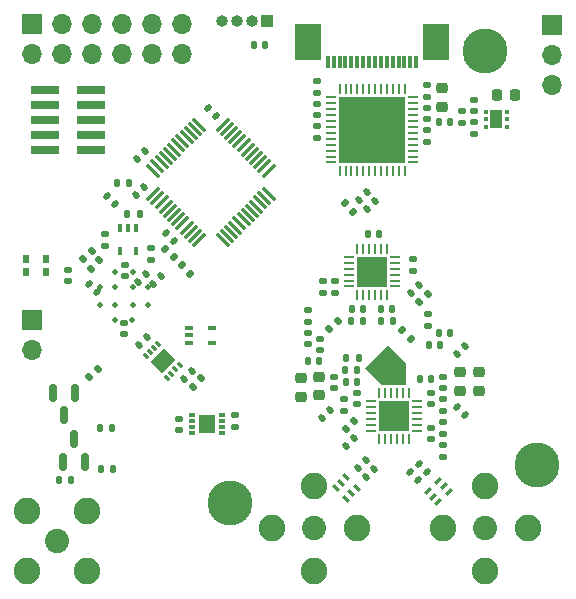
<source format=gbr>
%TF.GenerationSoftware,KiCad,Pcbnew,(6.0.4)*%
%TF.CreationDate,2023-05-22T00:57:41+09:00*%
%TF.ProjectId,RFB,5246422e-6b69-4636-9164-5f7063625858,rev?*%
%TF.SameCoordinates,Original*%
%TF.FileFunction,Soldermask,Top*%
%TF.FilePolarity,Negative*%
%FSLAX46Y46*%
G04 Gerber Fmt 4.6, Leading zero omitted, Abs format (unit mm)*
G04 Created by KiCad (PCBNEW (6.0.4)) date 2023-05-22 00:57:41*
%MOMM*%
%LPD*%
G01*
G04 APERTURE LIST*
G04 Aperture macros list*
%AMRoundRect*
0 Rectangle with rounded corners*
0 $1 Rounding radius*
0 $2 $3 $4 $5 $6 $7 $8 $9 X,Y pos of 4 corners*
0 Add a 4 corners polygon primitive as box body*
4,1,4,$2,$3,$4,$5,$6,$7,$8,$9,$2,$3,0*
0 Add four circle primitives for the rounded corners*
1,1,$1+$1,$2,$3*
1,1,$1+$1,$4,$5*
1,1,$1+$1,$6,$7*
1,1,$1+$1,$8,$9*
0 Add four rect primitives between the rounded corners*
20,1,$1+$1,$2,$3,$4,$5,0*
20,1,$1+$1,$4,$5,$6,$7,0*
20,1,$1+$1,$6,$7,$8,$9,0*
20,1,$1+$1,$8,$9,$2,$3,0*%
%AMRotRect*
0 Rectangle, with rotation*
0 The origin of the aperture is its center*
0 $1 length*
0 $2 width*
0 $3 Rotation angle, in degrees counterclockwise*
0 Add horizontal line*
21,1,$1,$2,0,0,$3*%
G04 Aperture macros list end*
%ADD10C,0.000000*%
%ADD11RoundRect,0.150000X-0.150000X0.587500X-0.150000X-0.587500X0.150000X-0.587500X0.150000X0.587500X0*%
%ADD12C,3.800000*%
%ADD13C,2.600000*%
%ADD14C,2.250000*%
%ADD15C,2.050000*%
%ADD16R,0.600000X0.750000*%
%ADD17RoundRect,0.135000X0.135000X0.185000X-0.135000X0.185000X-0.135000X-0.185000X0.135000X-0.185000X0*%
%ADD18RoundRect,0.140000X0.021213X-0.219203X0.219203X-0.021213X-0.021213X0.219203X-0.219203X0.021213X0*%
%ADD19RoundRect,0.140000X-0.021213X0.219203X-0.219203X0.021213X0.021213X-0.219203X0.219203X-0.021213X0*%
%ADD20RoundRect,0.140000X0.140000X0.170000X-0.140000X0.170000X-0.140000X-0.170000X0.140000X-0.170000X0*%
%ADD21RoundRect,0.140000X-0.170000X0.140000X-0.170000X-0.140000X0.170000X-0.140000X0.170000X0.140000X0*%
%ADD22RoundRect,0.075000X-0.415425X-0.521491X0.521491X0.415425X0.415425X0.521491X-0.521491X-0.415425X0*%
%ADD23RoundRect,0.075000X0.415425X-0.521491X0.521491X-0.415425X-0.415425X0.521491X-0.521491X0.415425X0*%
%ADD24R,1.400000X1.600000*%
%ADD25RoundRect,0.087500X-0.175000X-0.087500X0.175000X-0.087500X0.175000X0.087500X-0.175000X0.087500X0*%
%ADD26RoundRect,0.135000X-0.185000X0.135000X-0.185000X-0.135000X0.185000X-0.135000X0.185000X0.135000X0*%
%ADD27RoundRect,0.135000X-0.226274X-0.035355X-0.035355X-0.226274X0.226274X0.035355X0.035355X0.226274X0*%
%ADD28RoundRect,0.135000X0.185000X-0.135000X0.185000X0.135000X-0.185000X0.135000X-0.185000X-0.135000X0*%
%ADD29R,2.400000X0.740000*%
%ADD30RoundRect,0.135000X-0.035355X0.226274X-0.226274X0.035355X0.035355X-0.226274X0.226274X-0.035355X0*%
%ADD31R,1.700000X1.700000*%
%ADD32O,1.700000X1.700000*%
%ADD33RoundRect,0.135000X0.035355X-0.226274X0.226274X-0.035355X-0.035355X0.226274X-0.226274X0.035355X0*%
%ADD34RoundRect,0.135000X0.226274X0.035355X0.035355X0.226274X-0.226274X-0.035355X-0.035355X-0.226274X0*%
%ADD35RoundRect,0.140000X0.170000X-0.140000X0.170000X0.140000X-0.170000X0.140000X-0.170000X-0.140000X0*%
%ADD36RoundRect,0.087500X-0.185616X0.061872X0.061872X-0.185616X0.185616X-0.061872X-0.061872X0.185616X0*%
%ADD37RotRect,1.400000X1.600000X315.000000*%
%ADD38RoundRect,0.135000X-0.135000X-0.185000X0.135000X-0.185000X0.135000X0.185000X-0.135000X0.185000X0*%
%ADD39R,0.650000X0.400000*%
%ADD40RoundRect,0.140000X-0.140000X-0.170000X0.140000X-0.170000X0.140000X0.170000X-0.140000X0.170000X0*%
%ADD41RoundRect,0.140000X-0.219203X-0.021213X-0.021213X-0.219203X0.219203X0.021213X0.021213X0.219203X0*%
%ADD42RoundRect,0.093750X-0.093750X-0.106250X0.093750X-0.106250X0.093750X0.106250X-0.093750X0.106250X0*%
%ADD43R,1.000000X1.600000*%
%ADD44RoundRect,0.218750X0.256250X-0.218750X0.256250X0.218750X-0.256250X0.218750X-0.256250X-0.218750X0*%
%ADD45RotRect,0.350000X0.700000X135.000000*%
%ADD46RoundRect,0.140000X0.219203X0.021213X0.021213X0.219203X-0.219203X-0.021213X-0.021213X-0.219203X0*%
%ADD47RoundRect,0.225000X0.225000X0.250000X-0.225000X0.250000X-0.225000X-0.250000X0.225000X-0.250000X0*%
%ADD48RoundRect,0.062500X0.375000X0.062500X-0.375000X0.062500X-0.375000X-0.062500X0.375000X-0.062500X0*%
%ADD49RoundRect,0.062500X0.062500X0.375000X-0.062500X0.375000X-0.062500X-0.375000X0.062500X-0.375000X0*%
%ADD50R,2.500000X2.500000*%
%ADD51RoundRect,0.062500X0.062500X-0.375000X0.062500X0.375000X-0.062500X0.375000X-0.062500X-0.375000X0*%
%ADD52RoundRect,0.062500X0.375000X-0.062500X0.375000X0.062500X-0.375000X0.062500X-0.375000X-0.062500X0*%
%ADD53RoundRect,0.147500X0.226274X0.017678X0.017678X0.226274X-0.226274X-0.017678X-0.017678X-0.226274X0*%
%ADD54R,0.400000X0.650000*%
%ADD55RoundRect,0.225000X0.250000X-0.225000X0.250000X0.225000X-0.250000X0.225000X-0.250000X-0.225000X0*%
%ADD56RoundRect,0.062500X-0.375000X-0.062500X0.375000X-0.062500X0.375000X0.062500X-0.375000X0.062500X0*%
%ADD57RoundRect,0.062500X-0.062500X-0.375000X0.062500X-0.375000X0.062500X0.375000X-0.062500X0.375000X0*%
%ADD58R,5.600000X5.600000*%
%ADD59RotRect,0.350000X0.700000X45.000000*%
%ADD60R,1.000000X1.000000*%
%ADD61O,1.000000X1.000000*%
%ADD62R,0.300000X1.100000*%
%ADD63R,2.300000X3.100000*%
%ADD64RoundRect,0.150000X0.150000X-0.587500X0.150000X0.587500X-0.150000X0.587500X-0.150000X-0.587500X0*%
%ADD65C,0.500000*%
G04 APERTURE END LIST*
D10*
G36*
X66573400Y-86893400D02*
G01*
X66573400Y-88696800D01*
X64465200Y-88696800D01*
X63093600Y-87325200D01*
X65049400Y-85369400D01*
X66573400Y-86893400D01*
G37*
D11*
%TO.C,Q1*%
X38618200Y-89410300D03*
X36718200Y-89410300D03*
X37668200Y-91285300D03*
%TD*%
D12*
%TO.C,H3*%
X51689000Y-98704400D03*
D13*
X51689000Y-98704400D03*
%TD*%
D14*
%TO.C,J3*%
X39598600Y-99441000D03*
X39598600Y-104521000D03*
X34518600Y-104521000D03*
X34518600Y-99441000D03*
D15*
X37058600Y-101981000D03*
%TD*%
D14*
%TO.C,J2*%
X58851800Y-104455502D03*
X62443902Y-100863400D03*
X58851800Y-97271298D03*
X55259698Y-100863400D03*
D15*
X58851800Y-100863400D03*
%TD*%
%TO.C,J1*%
X73304400Y-100863400D03*
D14*
X73304400Y-104455502D03*
X69712298Y-100863400D03*
X73304400Y-97271298D03*
X76896502Y-100863400D03*
%TD*%
D16*
%TO.C,U1*%
X34442400Y-79158800D03*
X36092400Y-79158800D03*
X36092400Y-78028800D03*
X34442400Y-78028800D03*
%TD*%
D17*
%TO.C,R9*%
X44045600Y-74269600D03*
X43025600Y-74269600D03*
%TD*%
D18*
%TO.C,C74*%
X61560389Y-93887611D03*
X62239211Y-93208789D03*
%TD*%
D19*
%TO.C,C31*%
X44577000Y-79298800D03*
X43898178Y-79977622D03*
%TD*%
D13*
%TO.C,H1*%
X77673200Y-95478600D03*
D12*
X77673200Y-95478600D03*
%TD*%
D17*
%TO.C,R46*%
X37259800Y-96748600D03*
X38279800Y-96748600D03*
%TD*%
D20*
%TO.C,C65*%
X68745100Y-88188800D03*
X67785100Y-88188800D03*
%TD*%
D21*
%TO.C,C12*%
X72374700Y-64567400D03*
X72374700Y-65527400D03*
%TD*%
%TO.C,C57*%
X60579000Y-79961800D03*
X60579000Y-80921800D03*
%TD*%
D22*
%TO.C,U11*%
X45200924Y-72575988D03*
X45554478Y-72929542D03*
X45908031Y-73283095D03*
X46261585Y-73636649D03*
X46615138Y-73990202D03*
X46968691Y-74343755D03*
X47322245Y-74697309D03*
X47675798Y-75050862D03*
X48029351Y-75404415D03*
X48382905Y-75757969D03*
X48736458Y-76111522D03*
X49090012Y-76465076D03*
D23*
X51087588Y-76465076D03*
X51441142Y-76111522D03*
X51794695Y-75757969D03*
X52148249Y-75404415D03*
X52501802Y-75050862D03*
X52855355Y-74697309D03*
X53208909Y-74343755D03*
X53562462Y-73990202D03*
X53916015Y-73636649D03*
X54269569Y-73283095D03*
X54623122Y-72929542D03*
X54976676Y-72575988D03*
D22*
X54976676Y-70578412D03*
X54623122Y-70224858D03*
X54269569Y-69871305D03*
X53916015Y-69517751D03*
X53562462Y-69164198D03*
X53208909Y-68810645D03*
X52855355Y-68457091D03*
X52501802Y-68103538D03*
X52148249Y-67749985D03*
X51794695Y-67396431D03*
X51441142Y-67042878D03*
X51087588Y-66689324D03*
D23*
X49090012Y-66689324D03*
X48736458Y-67042878D03*
X48382905Y-67396431D03*
X48029351Y-67749985D03*
X47675798Y-68103538D03*
X47322245Y-68457091D03*
X46968691Y-68810645D03*
X46615138Y-69164198D03*
X46261585Y-69517751D03*
X45908031Y-69871305D03*
X45554478Y-70224858D03*
X45200924Y-70578412D03*
%TD*%
D24*
%TO.C,U10*%
X49758600Y-92049600D03*
D25*
X51046100Y-91299600D03*
X51046100Y-91799600D03*
X51046100Y-92299600D03*
X51046100Y-92799600D03*
X48471100Y-92799600D03*
X48471100Y-92299600D03*
X48471100Y-91799600D03*
X48471100Y-91299600D03*
%TD*%
D26*
%TO.C,R6*%
X45034200Y-77163200D03*
X45034200Y-78183200D03*
%TD*%
D21*
%TO.C,C89*%
X47421800Y-92542599D03*
X47421800Y-91582599D03*
%TD*%
%TO.C,C35*%
X59055000Y-63020000D03*
X59055000Y-63980000D03*
%TD*%
%TO.C,C36*%
X59055000Y-64925000D03*
X59055000Y-65885000D03*
%TD*%
D19*
%TO.C,C61*%
X63204411Y-95113789D03*
X62525589Y-95792611D03*
%TD*%
D21*
%TO.C,C72*%
X60528200Y-88064400D03*
X60528200Y-89024400D03*
%TD*%
D27*
%TO.C,R53*%
X47619976Y-78582576D03*
X48341224Y-79303824D03*
%TD*%
D28*
%TO.C,R71*%
X72374700Y-67485800D03*
X72374700Y-66465800D03*
%TD*%
D29*
%TO.C,J8*%
X36048400Y-63779400D03*
X39948400Y-63779400D03*
X36048400Y-65049400D03*
X39948400Y-65049400D03*
X36048400Y-66319400D03*
X39948400Y-66319400D03*
X36048400Y-67589400D03*
X39948400Y-67589400D03*
X36048400Y-68859400D03*
X39948400Y-68859400D03*
%TD*%
D30*
%TO.C,R62*%
X39984624Y-77388776D03*
X39263376Y-78110024D03*
%TD*%
D31*
%TO.C,J9*%
X34950400Y-83230800D03*
D32*
X34950400Y-85770800D03*
%TD*%
D33*
%TO.C,R12*%
X60116776Y-84028224D03*
X60838024Y-83306976D03*
%TD*%
D21*
%TO.C,C15*%
X42697400Y-83489800D03*
X42697400Y-84449800D03*
%TD*%
D13*
%TO.C,H2*%
X73304400Y-60452000D03*
D12*
X73304400Y-60452000D03*
%TD*%
D34*
%TO.C,R11*%
X62146124Y-74071424D03*
X61424876Y-73350176D03*
%TD*%
D35*
%TO.C,C78*%
X67183000Y-79042200D03*
X67183000Y-78082200D03*
%TD*%
D36*
%TO.C,U22*%
X45619330Y-85249470D03*
X45265777Y-85603023D03*
X44912223Y-85956577D03*
X44558670Y-86310130D03*
X46379470Y-88130930D03*
X46733023Y-87777377D03*
X47086577Y-87423823D03*
X47440130Y-87070270D03*
D37*
X45999400Y-86690200D03*
%TD*%
D38*
%TO.C,R25*%
X61567600Y-86410800D03*
X62587600Y-86410800D03*
%TD*%
D19*
%TO.C,C40*%
X63293311Y-72380789D03*
X62614489Y-73059611D03*
%TD*%
D39*
%TO.C,U12*%
X48249800Y-83881200D03*
X48249800Y-84531200D03*
X48249800Y-85181200D03*
X50149800Y-85181200D03*
X50149800Y-83881200D03*
%TD*%
D35*
%TO.C,C44*%
X68409800Y-68130900D03*
X68409800Y-67170900D03*
%TD*%
D40*
%TO.C,C56*%
X62004000Y-82296000D03*
X62964000Y-82296000D03*
%TD*%
D19*
%TO.C,C143*%
X44697022Y-84690578D03*
X44018200Y-85369400D03*
%TD*%
D20*
%TO.C,C54*%
X70355400Y-84353400D03*
X69395400Y-84353400D03*
%TD*%
D41*
%TO.C,C6*%
X41265789Y-72736389D03*
X41944611Y-73415211D03*
%TD*%
D21*
%TO.C,C45*%
X68409800Y-63360900D03*
X68409800Y-64320900D03*
%TD*%
D28*
%TO.C,R14*%
X68427600Y-83720400D03*
X68427600Y-82700400D03*
%TD*%
D41*
%TO.C,C101*%
X46320389Y-75860589D03*
X46999211Y-76539411D03*
%TD*%
D19*
%TO.C,C41*%
X63953711Y-73142789D03*
X63274889Y-73821611D03*
%TD*%
D28*
%TO.C,R70*%
X71358700Y-66524600D03*
X71358700Y-65504600D03*
%TD*%
D33*
%TO.C,R54*%
X48534376Y-88905024D03*
X49255624Y-88183776D03*
%TD*%
D40*
%TO.C,C2*%
X42166600Y-71602600D03*
X43126600Y-71602600D03*
%TD*%
D18*
%TO.C,C58*%
X67046789Y-80984411D03*
X67725611Y-80305589D03*
%TD*%
D20*
%TO.C,C50*%
X59230200Y-86741000D03*
X58270200Y-86741000D03*
%TD*%
D40*
%TO.C,C47*%
X63375600Y-75971400D03*
X64335600Y-75971400D03*
%TD*%
D35*
%TO.C,C16*%
X42773600Y-79496800D03*
X42773600Y-78536800D03*
%TD*%
D40*
%TO.C,C75*%
X64493200Y-82296000D03*
X65453200Y-82296000D03*
%TD*%
D42*
%TO.C,IC9*%
X73368300Y-65606200D03*
X73368300Y-66256200D03*
X73368300Y-66906200D03*
X75143300Y-66906200D03*
X75143300Y-66256200D03*
X75143300Y-65606200D03*
D43*
X74255800Y-66256200D03*
%TD*%
D19*
%TO.C,C129*%
X48447011Y-87544589D03*
X47768189Y-88223411D03*
%TD*%
%TO.C,C10*%
X60156411Y-90871989D03*
X59477589Y-91550811D03*
%TD*%
D21*
%TO.C,C66*%
X62444500Y-89417200D03*
X62444500Y-90377200D03*
%TD*%
D35*
%TO.C,C71*%
X69748400Y-94790200D03*
X69748400Y-93830200D03*
%TD*%
D44*
%TO.C,L3*%
X72745600Y-89230300D03*
X72745600Y-87655300D03*
%TD*%
%TO.C,L2*%
X57708800Y-89738300D03*
X57708800Y-88163300D03*
%TD*%
D20*
%TO.C,C55*%
X69491800Y-85344000D03*
X68531800Y-85344000D03*
%TD*%
D31*
%TO.C,J7*%
X34950400Y-58166000D03*
D32*
X34950400Y-60706000D03*
X37490400Y-58166000D03*
X37490400Y-60706000D03*
X40030400Y-58166000D03*
X40030400Y-60706000D03*
X42570400Y-58166000D03*
X42570400Y-60706000D03*
X45110400Y-58166000D03*
X45110400Y-60706000D03*
X47650400Y-58166000D03*
X47650400Y-60706000D03*
%TD*%
D45*
%TO.C,FL2*%
X70241003Y-97782278D03*
X69781384Y-97322658D03*
X69321764Y-96863039D03*
X68437881Y-97746922D03*
X68897500Y-98206542D03*
X69357120Y-98666161D03*
%TD*%
D41*
%TO.C,C64*%
X64299857Y-87288599D03*
X64978679Y-87967421D03*
%TD*%
D26*
%TO.C,R28*%
X69748400Y-89939400D03*
X69748400Y-90959400D03*
%TD*%
D46*
%TO.C,C63*%
X65697100Y-87249000D03*
X65018278Y-86570178D03*
%TD*%
D44*
%TO.C,L1*%
X59258200Y-89611300D03*
X59258200Y-88036300D03*
%TD*%
D47*
%TO.C,C120*%
X75832000Y-64185800D03*
X74282000Y-64185800D03*
%TD*%
D38*
%TO.C,R19*%
X64488600Y-83312000D03*
X65508600Y-83312000D03*
%TD*%
D46*
%TO.C,C60*%
X68374597Y-96070916D03*
X67695775Y-95392094D03*
%TD*%
D18*
%TO.C,C62*%
X63236789Y-96503811D03*
X63915611Y-95824989D03*
%TD*%
D48*
%TO.C,U8*%
X67531600Y-92592400D03*
X67531600Y-92092400D03*
X67531600Y-91592400D03*
X67531600Y-91092400D03*
X67531600Y-90592400D03*
X67531600Y-90092400D03*
D49*
X66844100Y-89404900D03*
X66344100Y-89404900D03*
X65844100Y-89404900D03*
X65344100Y-89404900D03*
X64844100Y-89404900D03*
X64344100Y-89404900D03*
D48*
X63656600Y-90092400D03*
X63656600Y-90592400D03*
X63656600Y-91092400D03*
X63656600Y-91592400D03*
X63656600Y-92092400D03*
X63656600Y-92592400D03*
D49*
X64344100Y-93279900D03*
X64844100Y-93279900D03*
X65344100Y-93279900D03*
X65844100Y-93279900D03*
X66344100Y-93279900D03*
X66844100Y-93279900D03*
D50*
X65594100Y-91342400D03*
%TD*%
D30*
%TO.C,R8*%
X40645024Y-78176176D03*
X39923776Y-78897424D03*
%TD*%
D38*
%TO.C,R24*%
X61476700Y-87426800D03*
X62496700Y-87426800D03*
%TD*%
D51*
%TO.C,U3*%
X62478600Y-81083900D03*
X62978600Y-81083900D03*
X63478600Y-81083900D03*
X63978600Y-81083900D03*
X64478600Y-81083900D03*
X64978600Y-81083900D03*
D52*
X65666100Y-80396400D03*
X65666100Y-79896400D03*
X65666100Y-79396400D03*
X65666100Y-78896400D03*
X65666100Y-78396400D03*
X65666100Y-77896400D03*
D51*
X64978600Y-77208900D03*
X64478600Y-77208900D03*
X63978600Y-77208900D03*
X63478600Y-77208900D03*
X62978600Y-77208900D03*
X62478600Y-77208900D03*
D52*
X61791100Y-77896400D03*
X61791100Y-78396400D03*
X61791100Y-78896400D03*
X61791100Y-79396400D03*
X61791100Y-79896400D03*
X61791100Y-80396400D03*
D50*
X63728600Y-79146400D03*
%TD*%
D31*
%TO.C,J6*%
X78994000Y-58216800D03*
D32*
X78994000Y-60756800D03*
X78994000Y-63296800D03*
%TD*%
D18*
%TO.C,C14*%
X45168178Y-80206222D03*
X45847000Y-79527400D03*
%TD*%
D53*
%TO.C,D1*%
X46926547Y-77889147D03*
X46240653Y-77203253D03*
%TD*%
D18*
%TO.C,C94*%
X43821978Y-69563622D03*
X44500800Y-68884800D03*
%TD*%
D33*
%TO.C,R45*%
X40492624Y-87370976D03*
X39771376Y-88092224D03*
%TD*%
D28*
%TO.C,R13*%
X58293000Y-83364800D03*
X58293000Y-82344800D03*
%TD*%
D46*
%TO.C,C18*%
X40462200Y-80822800D03*
X39783378Y-80143978D03*
%TD*%
D19*
%TO.C,C51*%
X71611811Y-85436389D03*
X70932989Y-86115211D03*
%TD*%
D44*
%TO.C,L4*%
X71196200Y-89230300D03*
X71196200Y-87655300D03*
%TD*%
D40*
%TO.C,C130*%
X69408100Y-66446400D03*
X70368100Y-66446400D03*
%TD*%
D26*
%TO.C,R17*%
X59563000Y-79931800D03*
X59563000Y-80951800D03*
%TD*%
D46*
%TO.C,C100*%
X50529811Y-65947611D03*
X49850989Y-65268789D03*
%TD*%
D35*
%TO.C,C53*%
X58293000Y-85265200D03*
X58293000Y-84305200D03*
%TD*%
D54*
%TO.C,U5*%
X43728397Y-75472400D03*
X43078397Y-75472400D03*
X42428397Y-75472400D03*
X42428397Y-77372400D03*
X43728397Y-77372400D03*
%TD*%
D21*
%TO.C,C37*%
X59055000Y-66830000D03*
X59055000Y-67790000D03*
%TD*%
D35*
%TO.C,C80*%
X37947600Y-79956600D03*
X37947600Y-78996600D03*
%TD*%
D20*
%TO.C,C67*%
X62456000Y-88442800D03*
X61496000Y-88442800D03*
%TD*%
D55*
%TO.C,C139*%
X69684900Y-65164000D03*
X69684900Y-63614000D03*
%TD*%
D56*
%TO.C,IC3*%
X60298700Y-64392900D03*
X60298700Y-64892900D03*
X60298700Y-65392900D03*
X60298700Y-65892900D03*
X60298700Y-66392900D03*
X60298700Y-66892900D03*
X60298700Y-67392900D03*
X60298700Y-67892900D03*
X60298700Y-68392900D03*
X60298700Y-68892900D03*
X60298700Y-69392900D03*
X60298700Y-69892900D03*
D57*
X60986200Y-70580400D03*
X61486200Y-70580400D03*
X61986200Y-70580400D03*
X62486200Y-70580400D03*
X62986200Y-70580400D03*
X63486200Y-70580400D03*
X63986200Y-70580400D03*
X64486200Y-70580400D03*
X64986200Y-70580400D03*
X65486200Y-70580400D03*
X65986200Y-70580400D03*
X66486200Y-70580400D03*
D56*
X67173700Y-69892900D03*
X67173700Y-69392900D03*
X67173700Y-68892900D03*
X67173700Y-68392900D03*
X67173700Y-67892900D03*
X67173700Y-67392900D03*
X67173700Y-66892900D03*
X67173700Y-66392900D03*
X67173700Y-65892900D03*
X67173700Y-65392900D03*
X67173700Y-64892900D03*
X67173700Y-64392900D03*
D57*
X66486200Y-63705400D03*
X65986200Y-63705400D03*
X65486200Y-63705400D03*
X64986200Y-63705400D03*
X64486200Y-63705400D03*
X63986200Y-63705400D03*
X63486200Y-63705400D03*
X62986200Y-63705400D03*
X62486200Y-63705400D03*
X61986200Y-63705400D03*
X61486200Y-63705400D03*
X60986200Y-63705400D03*
D58*
X63736200Y-67142900D03*
%TD*%
D20*
%TO.C,C92*%
X54683600Y-59969400D03*
X53723600Y-59969400D03*
%TD*%
D30*
%TO.C,R27*%
X62242700Y-91770200D03*
X61521452Y-92491448D03*
%TD*%
D21*
%TO.C,C46*%
X68409800Y-65263300D03*
X68409800Y-66223300D03*
%TD*%
D26*
%TO.C,R29*%
X61391800Y-89939400D03*
X61391800Y-90959400D03*
%TD*%
D35*
%TO.C,C52*%
X59309000Y-85773200D03*
X59309000Y-84813200D03*
%TD*%
D41*
%TO.C,C59*%
X66981032Y-96114191D03*
X67659854Y-96793013D03*
%TD*%
D21*
%TO.C,C73*%
X69735700Y-88064400D03*
X69735700Y-89024400D03*
%TD*%
D26*
%TO.C,R10*%
X41122600Y-75916600D03*
X41122600Y-76936600D03*
%TD*%
D38*
%TO.C,R16*%
X61948600Y-83312000D03*
X62968600Y-83312000D03*
%TD*%
D19*
%TO.C,C93*%
X44450000Y-71958200D03*
X43771178Y-72637022D03*
%TD*%
D59*
%TO.C,FL3*%
X61526522Y-98352438D03*
X61986142Y-97892819D03*
X62445761Y-97433199D03*
X61561878Y-96549316D03*
X61102258Y-97008935D03*
X60642639Y-97468555D03*
%TD*%
D21*
%TO.C,C68*%
X68743700Y-89417200D03*
X68743700Y-90377200D03*
%TD*%
D46*
%TO.C,C48*%
X71611811Y-91296811D03*
X70932989Y-90617989D03*
%TD*%
D33*
%TO.C,R18*%
X67736776Y-81716824D03*
X68458024Y-80995576D03*
%TD*%
D21*
%TO.C,C88*%
X52095400Y-92250200D03*
X52095400Y-91290200D03*
%TD*%
D60*
%TO.C,J5*%
X54813200Y-57886600D03*
D61*
X53543200Y-57886600D03*
X52273200Y-57886600D03*
X51003200Y-57886600D03*
%TD*%
D26*
%TO.C,R26*%
X69748400Y-91869800D03*
X69748400Y-92889800D03*
%TD*%
D62*
%TO.C,J4*%
X67478600Y-61395600D03*
X66978600Y-61395600D03*
X66478600Y-61395600D03*
X65978600Y-61395600D03*
X65478600Y-61395600D03*
X64978600Y-61395600D03*
X64478600Y-61395600D03*
X63978600Y-61395600D03*
X63478600Y-61395600D03*
X62978600Y-61395600D03*
X62478600Y-61395600D03*
X61978600Y-61395600D03*
X61478600Y-61395600D03*
X60978600Y-61395600D03*
X60478600Y-61395600D03*
X59978600Y-61395600D03*
D63*
X58308600Y-59695600D03*
X69148600Y-59695600D03*
%TD*%
D35*
%TO.C,C70*%
X68745100Y-93314400D03*
X68745100Y-92354400D03*
%TD*%
D34*
%TO.C,R15*%
X67015248Y-84820648D03*
X66294000Y-84099400D03*
%TD*%
D17*
%TO.C,R47*%
X41734200Y-92405200D03*
X40714200Y-92405200D03*
%TD*%
D64*
%TO.C,Q2*%
X37556400Y-95222300D03*
X39456400Y-95222300D03*
X38506400Y-93347300D03*
%TD*%
D65*
%TO.C,U4*%
X43422800Y-83203800D03*
X43452800Y-79203800D03*
X40722800Y-80473800D03*
X41992800Y-83203800D03*
X43452800Y-80473800D03*
X41992800Y-80473800D03*
X44722800Y-81933800D03*
X43452800Y-81933800D03*
X41992800Y-81933800D03*
X44722800Y-80473800D03*
X41992800Y-79203800D03*
X40722800Y-81933800D03*
%TD*%
D17*
%TO.C,R48*%
X41835800Y-95859600D03*
X40815800Y-95859600D03*
%TD*%
M02*

</source>
